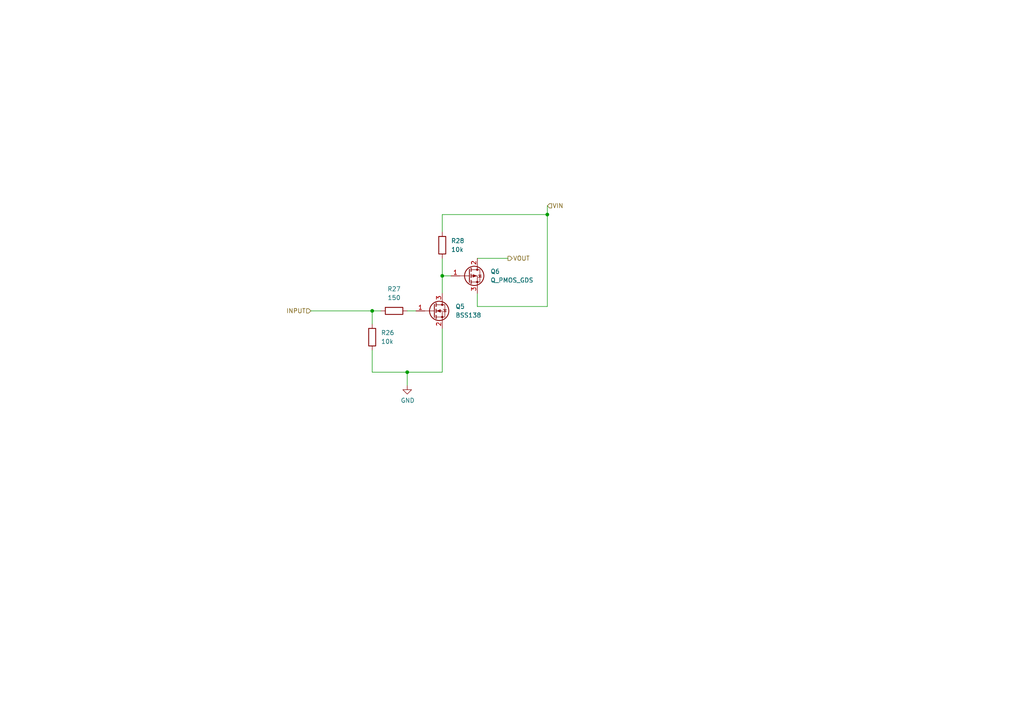
<source format=kicad_sch>
(kicad_sch (version 20211123) (generator eeschema)

  (uuid 2049b05e-e4b1-4480-a09e-bd7f0eb4eb4a)

  (paper "A4")

  (lib_symbols
    (symbol "Device:Q_PMOS_GDS" (pin_names (offset 0) hide) (in_bom yes) (on_board yes)
      (property "Reference" "Q" (id 0) (at 5.08 1.27 0)
        (effects (font (size 1.27 1.27)) (justify left))
      )
      (property "Value" "Q_PMOS_GDS" (id 1) (at 5.08 -1.27 0)
        (effects (font (size 1.27 1.27)) (justify left))
      )
      (property "Footprint" "" (id 2) (at 5.08 2.54 0)
        (effects (font (size 1.27 1.27)) hide)
      )
      (property "Datasheet" "~" (id 3) (at 0 0 0)
        (effects (font (size 1.27 1.27)) hide)
      )
      (property "ki_keywords" "transistor PMOS P-MOS P-MOSFET" (id 4) (at 0 0 0)
        (effects (font (size 1.27 1.27)) hide)
      )
      (property "ki_description" "P-MOSFET transistor, gate/drain/source" (id 5) (at 0 0 0)
        (effects (font (size 1.27 1.27)) hide)
      )
      (symbol "Q_PMOS_GDS_0_1"
        (polyline
          (pts
            (xy 0.254 0)
            (xy -2.54 0)
          )
          (stroke (width 0) (type default) (color 0 0 0 0))
          (fill (type none))
        )
        (polyline
          (pts
            (xy 0.254 1.905)
            (xy 0.254 -1.905)
          )
          (stroke (width 0.254) (type default) (color 0 0 0 0))
          (fill (type none))
        )
        (polyline
          (pts
            (xy 0.762 -1.27)
            (xy 0.762 -2.286)
          )
          (stroke (width 0.254) (type default) (color 0 0 0 0))
          (fill (type none))
        )
        (polyline
          (pts
            (xy 0.762 0.508)
            (xy 0.762 -0.508)
          )
          (stroke (width 0.254) (type default) (color 0 0 0 0))
          (fill (type none))
        )
        (polyline
          (pts
            (xy 0.762 2.286)
            (xy 0.762 1.27)
          )
          (stroke (width 0.254) (type default) (color 0 0 0 0))
          (fill (type none))
        )
        (polyline
          (pts
            (xy 2.54 2.54)
            (xy 2.54 1.778)
          )
          (stroke (width 0) (type default) (color 0 0 0 0))
          (fill (type none))
        )
        (polyline
          (pts
            (xy 2.54 -2.54)
            (xy 2.54 0)
            (xy 0.762 0)
          )
          (stroke (width 0) (type default) (color 0 0 0 0))
          (fill (type none))
        )
        (polyline
          (pts
            (xy 0.762 1.778)
            (xy 3.302 1.778)
            (xy 3.302 -1.778)
            (xy 0.762 -1.778)
          )
          (stroke (width 0) (type default) (color 0 0 0 0))
          (fill (type none))
        )
        (polyline
          (pts
            (xy 2.286 0)
            (xy 1.27 0.381)
            (xy 1.27 -0.381)
            (xy 2.286 0)
          )
          (stroke (width 0) (type default) (color 0 0 0 0))
          (fill (type outline))
        )
        (polyline
          (pts
            (xy 2.794 -0.508)
            (xy 2.921 -0.381)
            (xy 3.683 -0.381)
            (xy 3.81 -0.254)
          )
          (stroke (width 0) (type default) (color 0 0 0 0))
          (fill (type none))
        )
        (polyline
          (pts
            (xy 3.302 -0.381)
            (xy 2.921 0.254)
            (xy 3.683 0.254)
            (xy 3.302 -0.381)
          )
          (stroke (width 0) (type default) (color 0 0 0 0))
          (fill (type none))
        )
        (circle (center 1.651 0) (radius 2.794)
          (stroke (width 0.254) (type default) (color 0 0 0 0))
          (fill (type none))
        )
        (circle (center 2.54 -1.778) (radius 0.254)
          (stroke (width 0) (type default) (color 0 0 0 0))
          (fill (type outline))
        )
        (circle (center 2.54 1.778) (radius 0.254)
          (stroke (width 0) (type default) (color 0 0 0 0))
          (fill (type outline))
        )
      )
      (symbol "Q_PMOS_GDS_1_1"
        (pin input line (at -5.08 0 0) (length 2.54)
          (name "G" (effects (font (size 1.27 1.27))))
          (number "1" (effects (font (size 1.27 1.27))))
        )
        (pin passive line (at 2.54 5.08 270) (length 2.54)
          (name "D" (effects (font (size 1.27 1.27))))
          (number "2" (effects (font (size 1.27 1.27))))
        )
        (pin passive line (at 2.54 -5.08 90) (length 2.54)
          (name "S" (effects (font (size 1.27 1.27))))
          (number "3" (effects (font (size 1.27 1.27))))
        )
      )
    )
    (symbol "Device:R" (pin_numbers hide) (pin_names (offset 0)) (in_bom yes) (on_board yes)
      (property "Reference" "R" (id 0) (at 2.032 0 90)
        (effects (font (size 1.27 1.27)))
      )
      (property "Value" "R" (id 1) (at 0 0 90)
        (effects (font (size 1.27 1.27)))
      )
      (property "Footprint" "" (id 2) (at -1.778 0 90)
        (effects (font (size 1.27 1.27)) hide)
      )
      (property "Datasheet" "~" (id 3) (at 0 0 0)
        (effects (font (size 1.27 1.27)) hide)
      )
      (property "ki_keywords" "R res resistor" (id 4) (at 0 0 0)
        (effects (font (size 1.27 1.27)) hide)
      )
      (property "ki_description" "Resistor" (id 5) (at 0 0 0)
        (effects (font (size 1.27 1.27)) hide)
      )
      (property "ki_fp_filters" "R_*" (id 6) (at 0 0 0)
        (effects (font (size 1.27 1.27)) hide)
      )
      (symbol "R_0_1"
        (rectangle (start -1.016 -2.54) (end 1.016 2.54)
          (stroke (width 0.254) (type default) (color 0 0 0 0))
          (fill (type none))
        )
      )
      (symbol "R_1_1"
        (pin passive line (at 0 3.81 270) (length 1.27)
          (name "~" (effects (font (size 1.27 1.27))))
          (number "1" (effects (font (size 1.27 1.27))))
        )
        (pin passive line (at 0 -3.81 90) (length 1.27)
          (name "~" (effects (font (size 1.27 1.27))))
          (number "2" (effects (font (size 1.27 1.27))))
        )
      )
    )
    (symbol "Transistor_FET:BSS138" (pin_names hide) (in_bom yes) (on_board yes)
      (property "Reference" "Q" (id 0) (at 5.08 1.905 0)
        (effects (font (size 1.27 1.27)) (justify left))
      )
      (property "Value" "BSS138" (id 1) (at 5.08 0 0)
        (effects (font (size 1.27 1.27)) (justify left))
      )
      (property "Footprint" "Package_TO_SOT_SMD:SOT-23" (id 2) (at 5.08 -1.905 0)
        (effects (font (size 1.27 1.27) italic) (justify left) hide)
      )
      (property "Datasheet" "https://www.onsemi.com/pub/Collateral/BSS138-D.PDF" (id 3) (at 0 0 0)
        (effects (font (size 1.27 1.27)) (justify left) hide)
      )
      (property "ki_keywords" "N-Channel MOSFET" (id 4) (at 0 0 0)
        (effects (font (size 1.27 1.27)) hide)
      )
      (property "ki_description" "50V Vds, 0.22A Id, N-Channel MOSFET, SOT-23" (id 5) (at 0 0 0)
        (effects (font (size 1.27 1.27)) hide)
      )
      (property "ki_fp_filters" "SOT?23*" (id 6) (at 0 0 0)
        (effects (font (size 1.27 1.27)) hide)
      )
      (symbol "BSS138_0_1"
        (polyline
          (pts
            (xy 0.254 0)
            (xy -2.54 0)
          )
          (stroke (width 0) (type default) (color 0 0 0 0))
          (fill (type none))
        )
        (polyline
          (pts
            (xy 0.254 1.905)
            (xy 0.254 -1.905)
          )
          (stroke (width 0.254) (type default) (color 0 0 0 0))
          (fill (type none))
        )
        (polyline
          (pts
            (xy 0.762 -1.27)
            (xy 0.762 -2.286)
          )
          (stroke (width 0.254) (type default) (color 0 0 0 0))
          (fill (type none))
        )
        (polyline
          (pts
            (xy 0.762 0.508)
            (xy 0.762 -0.508)
          )
          (stroke (width 0.254) (type default) (color 0 0 0 0))
          (fill (type none))
        )
        (polyline
          (pts
            (xy 0.762 2.286)
            (xy 0.762 1.27)
          )
          (stroke (width 0.254) (type default) (color 0 0 0 0))
          (fill (type none))
        )
        (polyline
          (pts
            (xy 2.54 2.54)
            (xy 2.54 1.778)
          )
          (stroke (width 0) (type default) (color 0 0 0 0))
          (fill (type none))
        )
        (polyline
          (pts
            (xy 2.54 -2.54)
            (xy 2.54 0)
            (xy 0.762 0)
          )
          (stroke (width 0) (type default) (color 0 0 0 0))
          (fill (type none))
        )
        (polyline
          (pts
            (xy 0.762 -1.778)
            (xy 3.302 -1.778)
            (xy 3.302 1.778)
            (xy 0.762 1.778)
          )
          (stroke (width 0) (type default) (color 0 0 0 0))
          (fill (type none))
        )
        (polyline
          (pts
            (xy 1.016 0)
            (xy 2.032 0.381)
            (xy 2.032 -0.381)
            (xy 1.016 0)
          )
          (stroke (width 0) (type default) (color 0 0 0 0))
          (fill (type outline))
        )
        (polyline
          (pts
            (xy 2.794 0.508)
            (xy 2.921 0.381)
            (xy 3.683 0.381)
            (xy 3.81 0.254)
          )
          (stroke (width 0) (type default) (color 0 0 0 0))
          (fill (type none))
        )
        (polyline
          (pts
            (xy 3.302 0.381)
            (xy 2.921 -0.254)
            (xy 3.683 -0.254)
            (xy 3.302 0.381)
          )
          (stroke (width 0) (type default) (color 0 0 0 0))
          (fill (type none))
        )
        (circle (center 1.651 0) (radius 2.794)
          (stroke (width 0.254) (type default) (color 0 0 0 0))
          (fill (type none))
        )
        (circle (center 2.54 -1.778) (radius 0.254)
          (stroke (width 0) (type default) (color 0 0 0 0))
          (fill (type outline))
        )
        (circle (center 2.54 1.778) (radius 0.254)
          (stroke (width 0) (type default) (color 0 0 0 0))
          (fill (type outline))
        )
      )
      (symbol "BSS138_1_1"
        (pin input line (at -5.08 0 0) (length 2.54)
          (name "G" (effects (font (size 1.27 1.27))))
          (number "1" (effects (font (size 1.27 1.27))))
        )
        (pin passive line (at 2.54 -5.08 90) (length 2.54)
          (name "S" (effects (font (size 1.27 1.27))))
          (number "2" (effects (font (size 1.27 1.27))))
        )
        (pin passive line (at 2.54 5.08 270) (length 2.54)
          (name "D" (effects (font (size 1.27 1.27))))
          (number "3" (effects (font (size 1.27 1.27))))
        )
      )
    )
    (symbol "power:GND" (power) (pin_names (offset 0)) (in_bom yes) (on_board yes)
      (property "Reference" "#PWR" (id 0) (at 0 -6.35 0)
        (effects (font (size 1.27 1.27)) hide)
      )
      (property "Value" "GND" (id 1) (at 0 -3.81 0)
        (effects (font (size 1.27 1.27)))
      )
      (property "Footprint" "" (id 2) (at 0 0 0)
        (effects (font (size 1.27 1.27)) hide)
      )
      (property "Datasheet" "" (id 3) (at 0 0 0)
        (effects (font (size 1.27 1.27)) hide)
      )
      (property "ki_keywords" "power-flag" (id 4) (at 0 0 0)
        (effects (font (size 1.27 1.27)) hide)
      )
      (property "ki_description" "Power symbol creates a global label with name \"GND\" , ground" (id 5) (at 0 0 0)
        (effects (font (size 1.27 1.27)) hide)
      )
      (symbol "GND_0_1"
        (polyline
          (pts
            (xy 0 0)
            (xy 0 -1.27)
            (xy 1.27 -1.27)
            (xy 0 -2.54)
            (xy -1.27 -1.27)
            (xy 0 -1.27)
          )
          (stroke (width 0) (type default) (color 0 0 0 0))
          (fill (type none))
        )
      )
      (symbol "GND_1_1"
        (pin power_in line (at 0 0 270) (length 0) hide
          (name "GND" (effects (font (size 1.27 1.27))))
          (number "1" (effects (font (size 1.27 1.27))))
        )
      )
    )
  )

  (junction (at 128.27 80.01) (diameter 0) (color 0 0 0 0)
    (uuid 492fabc5-94ea-47f7-8621-4f34cc07bd89)
  )
  (junction (at 158.75 62.23) (diameter 0) (color 0 0 0 0)
    (uuid 681d63b6-6d67-41e1-8d67-21f621fa05b2)
  )
  (junction (at 118.11 107.95) (diameter 0) (color 0 0 0 0)
    (uuid 97ffe3d7-bea6-43f4-b148-f141e2f89eb1)
  )
  (junction (at 107.95 90.17) (diameter 0) (color 0 0 0 0)
    (uuid f4b7bdc8-36ea-4447-9eda-a3bba2222e01)
  )

  (wire (pts (xy 128.27 74.93) (xy 128.27 80.01))
    (stroke (width 0) (type default) (color 0 0 0 0))
    (uuid 00d3f209-8c85-4119-997b-c0aa37c35f41)
  )
  (wire (pts (xy 118.11 90.17) (xy 120.65 90.17))
    (stroke (width 0) (type default) (color 0 0 0 0))
    (uuid 14d4a57f-3c1e-474c-ad60-979d685c7322)
  )
  (wire (pts (xy 128.27 107.95) (xy 128.27 95.25))
    (stroke (width 0) (type default) (color 0 0 0 0))
    (uuid 1d254219-f44e-48c6-bed5-cb649737acea)
  )
  (wire (pts (xy 90.17 90.17) (xy 107.95 90.17))
    (stroke (width 0) (type default) (color 0 0 0 0))
    (uuid 21f41001-b749-4f49-afc7-9b8166cf7c51)
  )
  (wire (pts (xy 110.49 90.17) (xy 107.95 90.17))
    (stroke (width 0) (type default) (color 0 0 0 0))
    (uuid 22b6b64b-a84d-49f9-9b30-2017ce663e82)
  )
  (wire (pts (xy 118.11 107.95) (xy 128.27 107.95))
    (stroke (width 0) (type default) (color 0 0 0 0))
    (uuid 273429d9-ba8c-49f6-bb1d-49e82d6763fb)
  )
  (wire (pts (xy 138.43 85.09) (xy 138.43 88.9))
    (stroke (width 0) (type default) (color 0 0 0 0))
    (uuid 35023258-d80c-42de-85bc-d35582ce5faa)
  )
  (wire (pts (xy 158.75 62.23) (xy 158.75 59.69))
    (stroke (width 0) (type default) (color 0 0 0 0))
    (uuid 4e7e1259-11c9-4480-ab35-ba9f5ff3aae9)
  )
  (wire (pts (xy 147.32 74.93) (xy 138.43 74.93))
    (stroke (width 0) (type default) (color 0 0 0 0))
    (uuid 62f9efa7-168f-4d00-a7ac-8f29aae4ea2c)
  )
  (wire (pts (xy 138.43 88.9) (xy 158.75 88.9))
    (stroke (width 0) (type default) (color 0 0 0 0))
    (uuid 6c323bc0-cc4b-4c5e-83a4-31d1dc654716)
  )
  (wire (pts (xy 107.95 90.17) (xy 107.95 93.98))
    (stroke (width 0) (type default) (color 0 0 0 0))
    (uuid 737d2dcf-b1cc-4c40-b319-92653d54dd81)
  )
  (wire (pts (xy 107.95 101.6) (xy 107.95 107.95))
    (stroke (width 0) (type default) (color 0 0 0 0))
    (uuid 8a7157df-7850-42b5-ae19-26e98dfca2c0)
  )
  (wire (pts (xy 118.11 107.95) (xy 118.11 111.76))
    (stroke (width 0) (type default) (color 0 0 0 0))
    (uuid 8b1d06cc-951a-4704-a0d9-d65d105678e3)
  )
  (wire (pts (xy 107.95 107.95) (xy 118.11 107.95))
    (stroke (width 0) (type default) (color 0 0 0 0))
    (uuid 97a5096f-32ee-4d11-919d-6f6f5e64bce1)
  )
  (wire (pts (xy 130.81 80.01) (xy 128.27 80.01))
    (stroke (width 0) (type default) (color 0 0 0 0))
    (uuid a32cb90b-6de1-4cf8-ad27-aff736ee57ce)
  )
  (wire (pts (xy 158.75 88.9) (xy 158.75 62.23))
    (stroke (width 0) (type default) (color 0 0 0 0))
    (uuid a795eb80-10d8-4040-99a9-cd649d437913)
  )
  (wire (pts (xy 128.27 80.01) (xy 128.27 85.09))
    (stroke (width 0) (type default) (color 0 0 0 0))
    (uuid b1eaec24-2953-4c51-bbb9-2f67442848e8)
  )
  (wire (pts (xy 128.27 67.31) (xy 128.27 62.23))
    (stroke (width 0) (type default) (color 0 0 0 0))
    (uuid e420d046-b35d-41d6-bfd8-aa2742185ded)
  )
  (wire (pts (xy 128.27 62.23) (xy 158.75 62.23))
    (stroke (width 0) (type default) (color 0 0 0 0))
    (uuid fbe0ccd1-21e0-45fb-ae0f-4948fbafd58b)
  )

  (hierarchical_label "VOUT" (shape output) (at 147.32 74.93 0)
    (effects (font (size 1.27 1.27)) (justify left))
    (uuid c5304c3a-1463-4a6f-ad1e-61b3fe7f6780)
  )
  (hierarchical_label "VIN" (shape input) (at 158.75 59.69 0)
    (effects (font (size 1.27 1.27)) (justify left))
    (uuid cc0f329f-aa2d-480a-a175-680b59ab3597)
  )
  (hierarchical_label "INPUT" (shape input) (at 90.17 90.17 180)
    (effects (font (size 1.27 1.27)) (justify right))
    (uuid e2d7be9d-42f6-46e0-997d-a2546cb1c74c)
  )

  (symbol (lib_id "Device:R") (at 107.95 97.79 0)
    (in_bom yes) (on_board yes) (fields_autoplaced)
    (uuid 2ff759bd-7b8d-487f-bbe8-11169cee3781)
    (property "Reference" "R26" (id 0) (at 110.49 96.5199 0)
      (effects (font (size 1.27 1.27)) (justify left))
    )
    (property "Value" "10k" (id 1) (at 110.49 99.0599 0)
      (effects (font (size 1.27 1.27)) (justify left))
    )
    (property "Footprint" "Resistor_SMD:R_0805_2012Metric_Pad1.20x1.40mm_HandSolder" (id 2) (at 106.172 97.79 90)
      (effects (font (size 1.27 1.27)) hide)
    )
    (property "Datasheet" "~" (id 3) (at 107.95 97.79 0)
      (effects (font (size 1.27 1.27)) hide)
    )
    (pin "1" (uuid 86d38976-defa-4fad-bc23-b7aee0189f48))
    (pin "2" (uuid 74e17752-c55d-41b0-8cab-69832d83d3ef))
  )

  (symbol (lib_id "Device:R") (at 114.3 90.17 90)
    (in_bom yes) (on_board yes) (fields_autoplaced)
    (uuid 53e95244-bb7f-4cfe-b242-08f8e7c08c9e)
    (property "Reference" "R27" (id 0) (at 114.3 83.82 90))
    (property "Value" "150" (id 1) (at 114.3 86.36 90))
    (property "Footprint" "Resistor_SMD:R_0805_2012Metric_Pad1.20x1.40mm_HandSolder" (id 2) (at 114.3 91.948 90)
      (effects (font (size 1.27 1.27)) hide)
    )
    (property "Datasheet" "~" (id 3) (at 114.3 90.17 0)
      (effects (font (size 1.27 1.27)) hide)
    )
    (pin "1" (uuid 4325147f-57a1-42ff-83a7-846899e24b9e))
    (pin "2" (uuid 98b78fdb-608b-4db7-a3ce-1a416d1d2ad0))
  )

  (symbol (lib_id "power:GND") (at 118.11 111.76 0)
    (in_bom yes) (on_board yes)
    (uuid 70b4525d-65d6-4cdd-aae8-1bfccabd301e)
    (property "Reference" "#PWR0125" (id 0) (at 118.11 118.11 0)
      (effects (font (size 1.27 1.27)) hide)
    )
    (property "Value" "GND" (id 1) (at 118.237 116.1542 0))
    (property "Footprint" "" (id 2) (at 118.11 111.76 0)
      (effects (font (size 1.27 1.27)) hide)
    )
    (property "Datasheet" "" (id 3) (at 118.11 111.76 0)
      (effects (font (size 1.27 1.27)) hide)
    )
    (pin "1" (uuid 516bc628-77ed-46e9-af36-999247095ceb))
  )

  (symbol (lib_id "Device:Q_PMOS_GDS") (at 135.89 80.01 0)
    (in_bom yes) (on_board yes) (fields_autoplaced)
    (uuid 848929cb-b94b-4114-9f13-4f960dc56fa5)
    (property "Reference" "Q6" (id 0) (at 142.24 78.7399 0)
      (effects (font (size 1.27 1.27)) (justify left))
    )
    (property "Value" "Q_PMOS_GDS" (id 1) (at 142.24 81.2799 0)
      (effects (font (size 1.27 1.27)) (justify left))
    )
    (property "Footprint" "Package_TO_SOT_SMD:TO-252-2" (id 2) (at 140.97 77.47 0)
      (effects (font (size 1.27 1.27)) hide)
    )
    (property "Datasheet" "~" (id 3) (at 135.89 80.01 0)
      (effects (font (size 1.27 1.27)) hide)
    )
    (pin "1" (uuid f3477cef-0456-48a4-9eea-4862cc637720))
    (pin "2" (uuid 5b2a27b3-e1a4-4608-9556-b09b13fbee9d))
    (pin "3" (uuid a23153fd-7d4f-4407-8fa9-5a408f98809f))
  )

  (symbol (lib_id "Transistor_FET:BSS138") (at 125.73 90.17 0)
    (in_bom yes) (on_board yes) (fields_autoplaced)
    (uuid 852dfb1b-e26e-48aa-aab5-6f2d32dacc1d)
    (property "Reference" "Q5" (id 0) (at 132.08 88.8999 0)
      (effects (font (size 1.27 1.27)) (justify left))
    )
    (property "Value" "BSS138" (id 1) (at 132.08 91.4399 0)
      (effects (font (size 1.27 1.27)) (justify left))
    )
    (property "Footprint" "Package_TO_SOT_SMD:SOT-23" (id 2) (at 130.81 92.075 0)
      (effects (font (size 1.27 1.27) italic) (justify left) hide)
    )
    (property "Datasheet" "https://www.onsemi.com/pub/Collateral/BSS138-D.PDF" (id 3) (at 125.73 90.17 0)
      (effects (font (size 1.27 1.27)) (justify left) hide)
    )
    (pin "1" (uuid 761c4226-eae1-4d01-9f93-ce626ae362de))
    (pin "2" (uuid 5d13eb83-2889-433d-8a5d-46edc3d40bcb))
    (pin "3" (uuid 1fa43273-84a4-4b3b-9128-828312ed05ae))
  )

  (symbol (lib_id "Device:R") (at 128.27 71.12 0)
    (in_bom yes) (on_board yes) (fields_autoplaced)
    (uuid dec7ce14-d292-49ad-a5e5-ce2cfb35d6cc)
    (property "Reference" "R28" (id 0) (at 130.81 69.8499 0)
      (effects (font (size 1.27 1.27)) (justify left))
    )
    (property "Value" "10k" (id 1) (at 130.81 72.3899 0)
      (effects (font (size 1.27 1.27)) (justify left))
    )
    (property "Footprint" "Resistor_SMD:R_0805_2012Metric_Pad1.20x1.40mm_HandSolder" (id 2) (at 126.492 71.12 90)
      (effects (font (size 1.27 1.27)) hide)
    )
    (property "Datasheet" "~" (id 3) (at 128.27 71.12 0)
      (effects (font (size 1.27 1.27)) hide)
    )
    (pin "1" (uuid 5df9597d-86b0-46d2-95c6-267f63c6e282))
    (pin "2" (uuid d98e933c-c289-49b2-a0a6-09c0bd18e615))
  )
)

</source>
